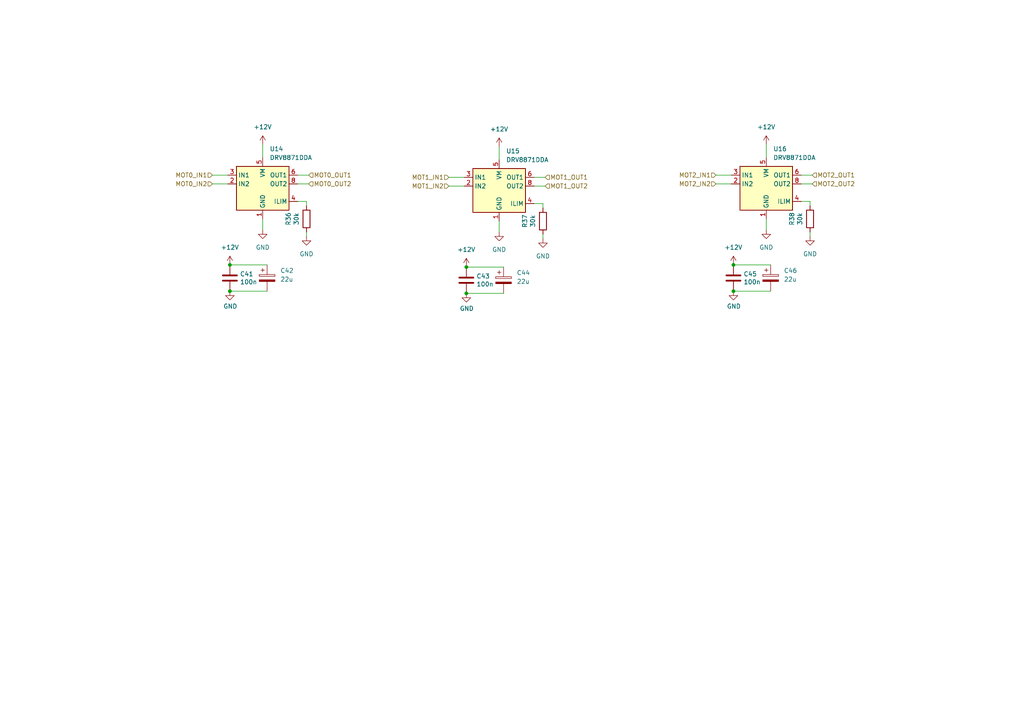
<source format=kicad_sch>
(kicad_sch (version 20211123) (generator eeschema)
  (paper "A4")
  (lib_symbols
    (symbol "Device:C" (pin_numbers hide) (pin_names (offset 0.254))
      (property "Reference" "C" (at 0.635 2.54 0))
      (property "Value" "C" (at 0.635 -2.54 0))
      (symbol "C_0_1"
        (polyline (pts (xy -2.032 -0.762) (xy 2.032 -0.762)) (stroke (width 0.508)))
        (polyline (pts (xy -2.032 0.762) (xy 2.032 0.762)) (stroke (width 0.508)))
      )
      (symbol "C_1_1"
        (pin passive line (at 0 3.81 270) (length 2.794) (name "~") (number "1"))
        (pin passive line (at 0 -3.81 90) (length 2.794) (name "~") (number "2"))
      )
    )
    (symbol "Device:C_Polarized" (pin_numbers hide) (pin_names (offset 0.254))
      (property "Reference" "C" (at 0.635 2.54 0))
      (property "Value" "C_Polarized" (at 0.635 -2.54 0))
      (symbol "C_Polarized_0_1"
        (rectangle (start -2.286 0.508) (end 2.286 1.016))
        (polyline (pts (xy -1.778 2.286) (xy -0.762 2.286)))
        (polyline (pts (xy -1.27 2.794) (xy -1.27 1.778)))
        (rectangle (start 2.286 -0.508) (end -2.286 -1.016) (fill (type outline)))
      )
      (symbol "C_Polarized_1_1"
        (pin passive line (at 0 3.81 270) (length 2.794) (name "~") (number "1"))
        (pin passive line (at 0 -3.81 90) (length 2.794) (name "~") (number "2"))
      )
    )
    (symbol "Device:R" (pin_numbers hide) (pin_names (offset 0))
      (property "Reference" "R" (at 2.032 0 90))
      (property "Value" "R" (at 0 0 90))
      (symbol "R_0_1"
        (rectangle (start -1.016 -2.54) (end 1.016 2.54) (stroke (width 0.254)))
      )
      (symbol "R_1_1"
        (pin passive line (at 0 3.81 270) (length 1.27) (name "~") (number "1"))
        (pin passive line (at 0 -3.81 90) (length 1.27) (name "~") (number "2"))
      )
    )
    (symbol "Driver_Motor:DRV8871DDA"
      (property "Reference" "U" (at -6.35 6.35 0))
      (property "Value" "DRV8871DDA" (at 8.89 6.35 0))
      (symbol "DRV8871DDA_0_1"
        (rectangle (start -7.62 5.08) (end 7.62 -7.62) (stroke (width 0.254)) (fill (type background)))
      )
      (symbol "DRV8871DDA_1_1"
        (pin power_in line (at 0 -10.16 90) (length 2.54) (name "GND") (number "1"))
        (pin input line (at -10.16 0 0) (length 2.54) (name "IN2") (number "2"))
        (pin input line (at -10.16 2.54 0) (length 2.54) (name "IN1") (number "3"))
        (pin passive line (at 10.16 -5.08 180) (length 2.54) (name "ILIM") (number "4"))
        (pin power_in line (at 0 7.62 270) (length 2.54) (name "VM") (number "5"))
        (pin output line (at 10.16 2.54 180) (length 2.54) (name "OUT1") (number "6"))
        (pin passive line (at 0 -10.16 90) (length 2.54) hide (name "GND") (number "7"))
        (pin output line (at 10.16 0 180) (length 2.54) (name "OUT2") (number "8"))
        (pin passive line (at 0 -10.16 90) (length 2.54) hide (name "GND") (number "9"))
      )
    )
    (symbol "power:+12V" (power) (pin_names (offset 0))
      (property "Value" "+12V" (at 0 3.556 0))
      (symbol "+12V_0_1"
        (polyline (pts (xy -0.762 1.27) (xy 0 2.54)))
        (polyline (pts (xy 0 0) (xy 0 2.54)))
        (polyline (pts (xy 0 2.54) (xy 0.762 1.27)))
      )
      (symbol "+12V_1_1"
        (pin power_in line (at 0 0 90) (length 0) hide (name "+12V") (number "1"))
      )
    )
    (symbol "power:GND" (power) (pin_names (offset 0))
      (property "Value" "GND" (at 0 -3.81 0))
      (symbol "GND_0_1"
        (polyline (pts (xy 0 0) (xy 0 -1.27) (xy 1.27 -1.27) (xy 0 -2.54) (xy -1.27 -1.27) (xy 0 -1.27)))
      )
      (symbol "GND_1_1"
        (pin power_in line (at 0 0 270) (length 0) hide (name "GND") (number "1"))
      )
    )
  )
  (junction (at 212.725 84.455))
  (junction (at 212.725 76.835))
  (junction (at 66.675 76.835))
  (junction (at 135.255 85.09))
  (junction (at 66.675 84.455))
  (junction (at 135.255 77.47))
  (wire (pts (xy 76.2 41.91) (xy 76.2 45.72)))
  (wire (pts (xy 61.595 50.8) (xy 66.04 50.8)))
  (wire (pts (xy 66.675 84.455) (xy 77.47 84.455)))
  (wire (pts (xy 232.41 50.8) (xy 235.585 50.8)))
  (wire (pts (xy 157.48 69.215) (xy 157.48 67.945)))
  (wire (pts (xy 76.2 66.675) (xy 76.2 63.5)))
  (wire (pts (xy 154.94 51.435) (xy 158.115 51.435)))
  (wire (pts (xy 66.675 76.835) (xy 77.47 76.835)))
  (wire (pts (xy 207.645 53.34) (xy 212.09 53.34)))
  (wire (pts (xy 135.255 85.09) (xy 146.05 85.09)))
  (wire (pts (xy 232.41 53.34) (xy 235.585 53.34)))
  (wire (pts (xy 212.725 76.835) (xy 223.52 76.835)))
  (wire (pts (xy 234.95 68.58) (xy 234.95 67.31)))
  (wire (pts (xy 234.95 58.42) (xy 234.95 59.69)))
  (wire (pts (xy 86.36 50.8) (xy 89.535 50.8)))
  (wire (pts (xy 207.645 50.8) (xy 212.09 50.8)))
  (wire (pts (xy 222.25 66.675) (xy 222.25 63.5)))
  (wire (pts (xy 88.9 68.58) (xy 88.9 67.31)))
  (wire (pts (xy 130.175 53.975) (xy 134.62 53.975)))
  (wire (pts (xy 144.78 42.545) (xy 144.78 46.355)))
  (wire (pts (xy 222.25 41.91) (xy 222.25 45.72)))
  (wire (pts (xy 157.48 59.055) (xy 157.48 60.325)))
  (wire (pts (xy 232.41 58.42) (xy 234.95 58.42)))
  (wire (pts (xy 154.94 59.055) (xy 157.48 59.055)))
  (wire (pts (xy 135.255 77.47) (xy 146.05 77.47)))
  (wire (pts (xy 212.725 84.455) (xy 223.52 84.455)))
  (wire (pts (xy 130.175 51.435) (xy 134.62 51.435)))
  (wire (pts (xy 86.36 53.34) (xy 89.535 53.34)))
  (wire (pts (xy 88.9 58.42) (xy 88.9 59.69)))
  (wire (pts (xy 154.94 53.975) (xy 158.115 53.975)))
  (wire (pts (xy 86.36 58.42) (xy 88.9 58.42)))
  (wire (pts (xy 144.78 67.31) (xy 144.78 64.135)))
  (wire (pts (xy 61.595 53.34) (xy 66.04 53.34)))
  (hierarchical_label "MOT0_IN2" (shape input) (at 61.595 53.34 180))
  (hierarchical_label "MOT1_OUT2" (shape input) (at 158.115 53.975 0))
  (hierarchical_label "MOT0_IN1" (shape input) (at 61.595 50.8 180))
  (hierarchical_label "MOT0_OUT1" (shape input) (at 89.535 50.8 0))
  (hierarchical_label "MOT2_IN2" (shape input) (at 207.645 53.34 180))
  (hierarchical_label "MOT2_OUT2" (shape input) (at 235.585 53.34 0))
  (hierarchical_label "MOT1_OUT1" (shape input) (at 158.115 51.435 0))
  (hierarchical_label "MOT2_OUT1" (shape input) (at 235.585 50.8 0))
  (hierarchical_label "MOT1_IN1" (shape input) (at 130.175 51.435 180))
  (hierarchical_label "MOT2_IN1" (shape input) (at 207.645 50.8 180))
  (hierarchical_label "MOT0_OUT2" (shape input) (at 89.535 53.34 0))
  (hierarchical_label "MOT1_IN2" (shape input) (at 130.175 53.975 180))
  (symbol (lib_id "power:GND") (at 76.2 66.675 0) (unit 1)
    (property "Reference" "#PWR0110" (effects hide))
    (property "Value" "GND" (at 76.2 71.755 0))
  )
  (symbol (lib_id "power:GND") (at 135.255 85.09 0) (unit 1)
    (property "Reference" "#PWR0113" (effects hide))
    (property "Value" "GND" (at 135.382 89.4842 0))
  )
  (symbol (lib_id "Device:R") (at 88.9 63.5 0) (unit 1)
    (property "Reference" "R36" (at 83.6422 63.5 90))
    (property "Value" "30k" (at 85.9536 63.5 90))
    (property "Footprint" "Resistor_SMD:R_0603_1608Metric" (effects hide))
    (property "LCSC" "C25804" (effects hide))
  )
  (symbol (lib_id "power:+12V") (at 76.2 41.91 0) (unit 1)
    (property "Reference" "#PWR0109" (effects hide))
    (property "Value" "+12V" (at 76.2 36.83 0))
  )
  (symbol (lib_id "power:+12V") (at 222.25 41.91 0) (unit 1)
    (property "Reference" "#PWR0119" (effects hide))
    (property "Value" "+12V" (at 222.25 36.83 0))
  )
  (symbol (lib_id "Driver_Motor:DRV8871DDA") (at 76.2 53.34 0) (unit 1)
    (property "Reference" "U14" (at 78.2194 43.18 0) (effects (justify left)))
    (property "Value" "DRV8871DDA" (at 78.2194 45.72 0) (effects (justify left)))
    (property "Footprint" "Package_SO:Texas_HTSOP-8-1EP_3.9x4.9mm_P1.27mm_EP2.95x4.9mm_Mask2.4x3.1mm_ThermalVias" (effects hide))
    (property "Datasheet" "http://www.ti.com/lit/ds/symlink/drv8871.pdf" (effects hide))
  )
  (symbol (lib_id "power:GND") (at 212.725 84.455 0) (unit 1)
    (property "Reference" "#PWR0118" (effects hide))
    (property "Value" "GND" (at 212.852 88.8492 0))
  )
  (symbol (lib_id "power:+12V") (at 212.725 76.835 0) (unit 1)
    (property "Reference" "#PWR0117" (effects hide))
    (property "Value" "+12V" (at 212.725 71.755 0))
  )
  (symbol (lib_id "Device:C_Polarized") (at 77.47 80.645 0) (unit 1)
    (property "Reference" "C42" (at 81.28 78.4859 0) (effects (justify left)))
    (property "Value" "22u" (at 81.28 81.0259 0) (effects (justify left)))
    (property "Footprint" "Capacitor_SMD:CP_Elec_6.3x5.9" (effects hide))
  )
  (symbol (lib_id "power:GND") (at 157.48 69.215 0) (unit 1)
    (property "Reference" "#PWR0116" (effects hide))
    (property "Value" "GND" (at 157.48 74.295 0))
  )
  (symbol (lib_id "power:GND") (at 144.78 67.31 0) (unit 1)
    (property "Reference" "#PWR0115" (effects hide))
    (property "Value" "GND" (at 144.78 72.39 0))
  )
  (symbol (lib_id "Device:R") (at 157.48 64.135 0) (unit 1)
    (property "Reference" "R37" (at 152.2222 64.135 90))
    (property "Value" "30k" (at 154.5336 64.135 90))
    (property "Footprint" "Resistor_SMD:R_0603_1608Metric" (effects hide))
    (property "LCSC" "C25804" (effects hide))
  )
  (symbol (lib_id "power:GND") (at 222.25 66.675 0) (unit 1)
    (property "Reference" "#PWR0120" (effects hide))
    (property "Value" "GND" (at 222.25 71.755 0))
  )
  (symbol (lib_id "Device:C_Polarized") (at 223.52 80.645 0) (unit 1)
    (property "Reference" "C46" (at 227.33 78.4859 0) (effects (justify left)))
    (property "Value" "22u" (at 227.33 81.0259 0) (effects (justify left)))
    (property "Footprint" "Capacitor_SMD:CP_Elec_6.3x5.9" (effects hide))
  )
  (symbol (lib_id "power:+12V") (at 135.255 77.47 0) (unit 1)
    (property "Reference" "#PWR0112" (effects hide))
    (property "Value" "+12V" (at 135.255 72.39 0))
  )
  (symbol (lib_id "Device:R") (at 234.95 63.5 0) (unit 1)
    (property "Reference" "R38" (at 229.6922 63.5 90))
    (property "Value" "30k" (at 232.0036 63.5 90))
    (property "Footprint" "Resistor_SMD:R_0603_1608Metric" (effects hide))
    (property "LCSC" "C25804" (effects hide))
  )
  (symbol (lib_id "Device:C") (at 66.675 80.645 0) (unit 1)
    (property "Reference" "C41" (at 69.596 79.4766 0) (effects (justify left)))
    (property "Value" "100n" (at 69.596 81.788 0) (effects (justify left)))
    (property "Footprint" "Capacitor_SMD:C_0603_1608Metric" (effects hide))
    (property "LCSC" "C14663" (effects hide))
  )
  (symbol (lib_id "power:GND") (at 234.95 68.58 0) (unit 1)
    (property "Reference" "#PWR0121" (effects hide))
    (property "Value" "GND" (at 234.95 73.66 0))
  )
  (symbol (lib_id "power:GND") (at 88.9 68.58 0) (unit 1)
    (property "Reference" "#PWR0111" (effects hide))
    (property "Value" "GND" (at 88.9 73.66 0))
  )
  (symbol (lib_id "Driver_Motor:DRV8871DDA") (at 222.25 53.34 0) (unit 1)
    (property "Reference" "U16" (at 224.2694 43.18 0) (effects (justify left)))
    (property "Value" "DRV8871DDA" (at 224.2694 45.72 0) (effects (justify left)))
    (property "Footprint" "Package_SO:Texas_HTSOP-8-1EP_3.9x4.9mm_P1.27mm_EP2.95x4.9mm_Mask2.4x3.1mm_ThermalVias" (effects hide))
    (property "Datasheet" "http://www.ti.com/lit/ds/symlink/drv8871.pdf" (effects hide))
  )
  (symbol (lib_id "Device:C") (at 135.255 81.28 0) (unit 1)
    (property "Reference" "C43" (at 138.176 80.1116 0) (effects (justify left)))
    (property "Value" "100n" (at 138.176 82.423 0) (effects (justify left)))
    (property "Footprint" "Capacitor_SMD:C_0603_1608Metric" (effects hide))
    (property "LCSC" "C14663" (effects hide))
  )
  (symbol (lib_id "power:GND") (at 66.675 84.455 0) (unit 1)
    (property "Reference" "#PWR0108" (effects hide))
    (property "Value" "GND" (at 66.802 88.8492 0))
  )
  (symbol (lib_id "Device:C_Polarized") (at 146.05 81.28 0) (unit 1)
    (property "Reference" "C44" (at 149.86 79.1209 0) (effects (justify left)))
    (property "Value" "22u" (at 149.86 81.6609 0) (effects (justify left)))
    (property "Footprint" "Capacitor_SMD:CP_Elec_6.3x5.9" (effects hide))
  )
  (symbol (lib_id "power:+12V") (at 66.675 76.835 0) (unit 1)
    (property "Reference" "#PWR0107" (effects hide))
    (property "Value" "+12V" (at 66.675 71.755 0))
  )
  (symbol (lib_id "power:+12V") (at 144.78 42.545 0) (unit 1)
    (property "Reference" "#PWR0114" (effects hide))
    (property "Value" "+12V" (at 144.78 37.465 0))
  )
  (symbol (lib_id "Driver_Motor:DRV8871DDA") (at 144.78 53.975 0) (unit 1)
    (property "Reference" "U15" (at 146.7994 43.815 0) (effects (justify left)))
    (property "Value" "DRV8871DDA" (at 146.7994 46.355 0) (effects (justify left)))
    (property "Footprint" "Package_SO:Texas_HTSOP-8-1EP_3.9x4.9mm_P1.27mm_EP2.95x4.9mm_Mask2.4x3.1mm_ThermalVias" (effects hide))
    (property "Datasheet" "http://www.ti.com/lit/ds/symlink/drv8871.pdf" (effects hide))
  )
  (symbol (lib_id "Device:C") (at 212.725 80.645 0) (unit 1)
    (property "Reference" "C45" (at 215.646 79.4766 0) (effects (justify left)))
    (property "Value" "100n" (at 215.646 81.788 0) (effects (justify left)))
    (property "Footprint" "Capacitor_SMD:C_0603_1608Metric" (effects hide))
    (property "LCSC" "C14663" (effects hide))
  )
)
</source>
